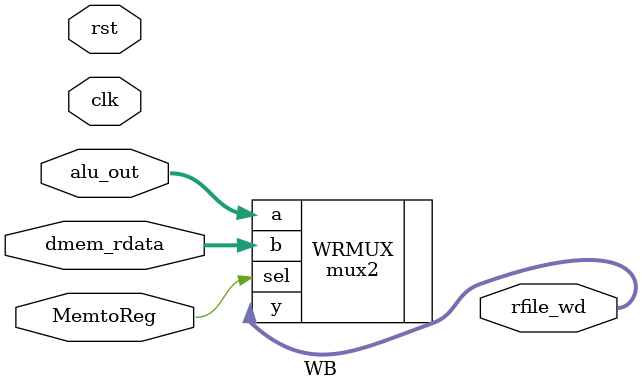
<source format=v>
`timescale 1ns/1ns
module WB( clk, rst, alu_out, MemtoReg, dmem_rdata, rfile_wd ) ;
	input clk, rst ;
	input [31:0] alu_out, dmem_rdata ;
	input MemtoReg ;
	output [31:0] rfile_wd ;
	
	wire [31:0] rfile_wd_temp ;

	mux2 #(32) WRMUX( .sel(MemtoReg), .a(alu_out), .b(dmem_rdata), .y(rfile_wd) );
 
	 
	
endmodule
		
</source>
